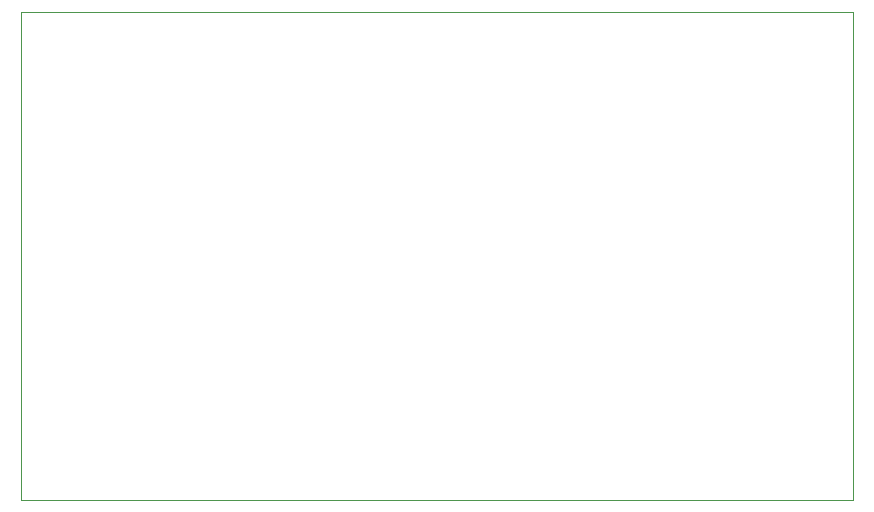
<source format=gko>
*%FSLAX53Y53*%
*%MOMM*%
G01*
D13*
X289255Y182474D02*
Y223749D01*
X218770D02*
Y182474D01*
X289255D01*
Y223749D02*
X218770D01*
D02*
M02*

</source>
